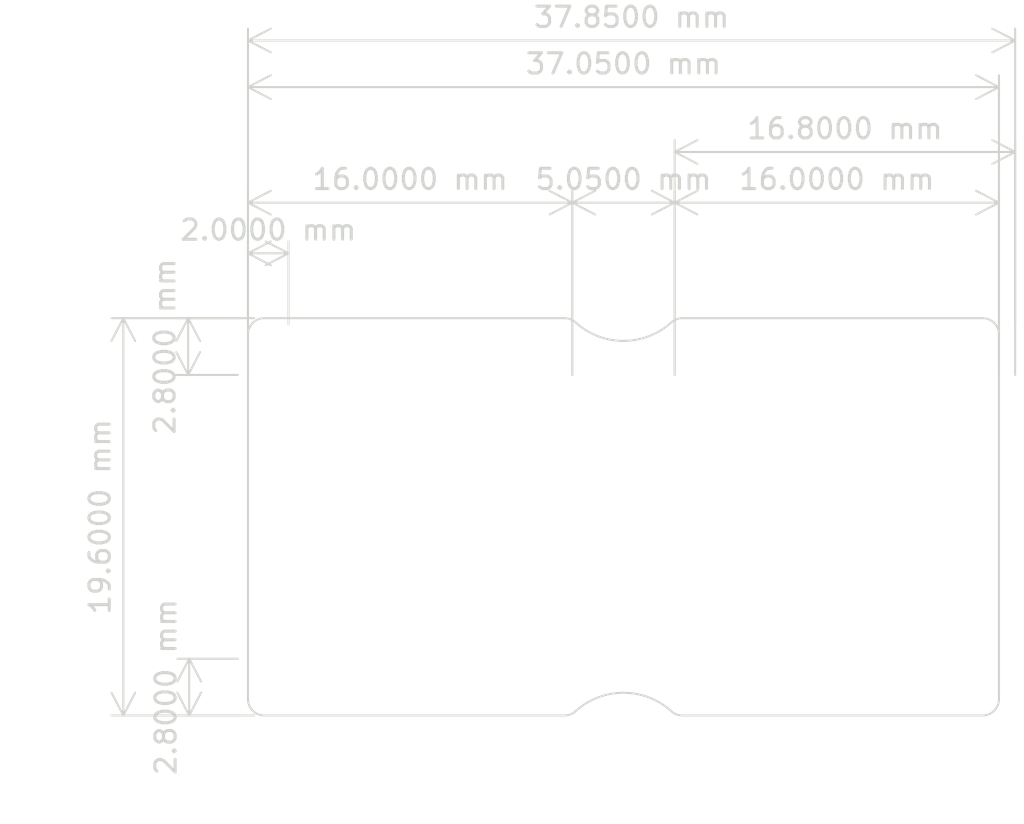
<source format=kicad_pcb>
(kicad_pcb
	(version 20240108)
	(generator "pcbnew")
	(generator_version "8.0")
	(general
		(thickness 1)
		(legacy_teardrops no)
	)
	(paper "A4")
	(title_block
		(title "Marten 22 Peripheral Template")
		(date "2024-10-06")
	)
	(layers
		(0 "F.Cu" signal)
		(31 "B.Cu" signal)
		(32 "B.Adhes" user "B.Adhesive")
		(33 "F.Adhes" user "F.Adhesive")
		(34 "B.Paste" user)
		(35 "F.Paste" user)
		(36 "B.SilkS" user "B.Silkscreen")
		(37 "F.SilkS" user "F.Silkscreen")
		(38 "B.Mask" user)
		(39 "F.Mask" user)
		(40 "Dwgs.User" user "User.Drawings")
		(41 "Cmts.User" user "User.Comments")
		(42 "Eco1.User" user "User.Eco1")
		(43 "Eco2.User" user "User.Eco2")
		(44 "Edge.Cuts" user)
		(45 "Margin" user)
		(46 "B.CrtYd" user "B.Courtyard")
		(47 "F.CrtYd" user "F.Courtyard")
		(48 "B.Fab" user)
		(49 "F.Fab" user)
		(50 "User.1" user)
		(51 "User.2" user)
		(52 "User.3" user)
		(53 "User.4" user)
		(54 "User.5" user)
		(55 "User.6" user)
		(56 "User.7" user)
		(57 "User.8" user)
		(58 "User.9" user)
	)
	(setup
		(stackup
			(layer "F.SilkS"
				(type "Top Silk Screen")
			)
			(layer "F.Paste"
				(type "Top Solder Paste")
			)
			(layer "F.Mask"
				(type "Top Solder Mask")
				(thickness 0.01)
			)
			(layer "F.Cu"
				(type "copper")
				(thickness 0.035)
			)
			(layer "dielectric 1"
				(type "core")
				(thickness 0.91)
				(material "FR4")
				(epsilon_r 4.5)
				(loss_tangent 0.02)
			)
			(layer "B.Cu"
				(type "copper")
				(thickness 0.035)
			)
			(layer "B.Mask"
				(type "Bottom Solder Mask")
				(thickness 0.01)
			)
			(layer "B.Paste"
				(type "Bottom Solder Paste")
			)
			(layer "B.SilkS"
				(type "Bottom Silk Screen")
			)
			(copper_finish "None")
			(dielectric_constraints no)
		)
		(pad_to_mask_clearance 0)
		(allow_soldermask_bridges_in_footprints no)
		(grid_origin 100 100)
		(pcbplotparams
			(layerselection 0x00010fc_ffffffff)
			(plot_on_all_layers_selection 0x0000000_00000000)
			(disableapertmacros no)
			(usegerberextensions no)
			(usegerberattributes yes)
			(usegerberadvancedattributes yes)
			(creategerberjobfile yes)
			(dashed_line_dash_ratio 12.000000)
			(dashed_line_gap_ratio 3.000000)
			(svgprecision 6)
			(plotframeref no)
			(viasonmask no)
			(mode 1)
			(useauxorigin no)
			(hpglpennumber 1)
			(hpglpenspeed 20)
			(hpglpendiameter 15.000000)
			(pdf_front_fp_property_popups yes)
			(pdf_back_fp_property_popups yes)
			(dxfpolygonmode yes)
			(dxfimperialunits yes)
			(dxfusepcbnewfont yes)
			(psnegative no)
			(psa4output no)
			(plotreference yes)
			(plotvalue yes)
			(plotfptext yes)
			(plotinvisibletext no)
			(sketchpadsonfab no)
			(subtractmaskfromsilk no)
			(outputformat 1)
			(mirror no)
			(drillshape 1)
			(scaleselection 1)
			(outputdirectory "")
		)
	)
	(net 0 "")
	(gr_arc
		(start 109 90.2)
		(mid 109.565685 90.434315)
		(end 109.8 91)
		(stroke
			(width 0.1)
			(type solid)
		)
		(layer "Dwgs.User")
		(uuid "6e20c150-48de-4ad3-a35f-79d5f9ca5891")
	)
	(gr_arc
		(start 109.8 109)
		(mid 109.565685 109.565685)
		(end 109 109.8)
		(stroke
			(width 0.1)
			(type solid)
		)
		(layer "Dwgs.User")
		(uuid "a61f8e86-48eb-4e04-b5ad-1f422b200d6a")
	)
	(gr_line
		(start 109.8 91)
		(end 109.8 109)
		(stroke
			(width 0.1)
			(type solid)
		)
		(layer "Dwgs.User")
		(uuid "d24caa42-41db-40ec-984e-8bd9604d1c7a")
	)
	(gr_line
		(start 93.5 93)
		(end 106.5 93)
		(stroke
			(width 0.15)
			(type solid)
		)
		(layer "Cmts.User")
		(uuid "07898a81-b709-4b83-b2e8-7b2c4f8116b4")
	)
	(gr_arc
		(start 87.95 106.5)
		(mid 87.803554 106.853554)
		(end 87.45 107)
		(stroke
			(width 0.15)
			(type solid)
		)
		(layer "Cmts.User")
		(uuid "08e4a8e4-fa71-46c7-bc3b-c3435a40e502")
	)
	(gr_line
		(start 110 109)
		(end 110 91)
		(stroke
			(width 0.15)
			(type solid)
		)
		(layer "Cmts.User")
		(uuid "0d79055b-aab5-48ca-a557-bad9a11c82fd")
	)
	(gr_circle
		(center 90.475 87.8)
		(end 93.375 87.8)
		(stroke
			(width 0.15)
			(type default)
		)
		(fill none)
		(layer "Cmts.User")
		(uuid "0d86610d-3062-469a-8811-addd864156d6")
	)
	(gr_line
		(start 87.95 93.5)
		(end 87.95 106.5)
		(stroke
			(width 0.15)
			(type solid)
		)
		(layer "Cmts.User")
		(uuid "0fccf743-555f-438a-80c3-d8177467d73f")
	)
	(gr_arc
		(start 87.45 93)
		(mid 87.803554 93.146446)
		(end 87.95 93.5)
		(stroke
			(width 0.15)
			(type solid)
		)
		(layer "Cmts.User")
		(uuid "0fe715c3-a58b-44ff-8bc7-d1b300af9f0e")
	)
	(gr_line
		(start 74.45 93)
		(end 87.45 93)
		(stroke
			(width 0.15)
			(type solid)
		)
		(layer "Cmts.User")
		(uuid "2373b217-4875-420f-bd45-c8c3ef3b44f9")
	)
	(gr_line
		(start 93 106.5)
		(end 93 93.5)
		(stroke
			(width 0.15)
			(type solid)
		)
		(layer "Cmts.User")
		(uuid "2510c111-f0e7-43f8-bb9e-f68b7635011f")
	)
	(gr_arc
		(start 93 93.5)
		(mid 93.146446 93.146446)
		(end 93.5 93)
		(stroke
			(width 0.15)
			(type solid)
		)
		(layer "Cmts.User")
		(uuid "39002863-4b3e-40ad-9db6-38b3f3cffb60")
	)
	(gr_circle
		(center 90.475 112.2)
		(end 93.375 112.2)
		(stroke
			(width 0.15)
			(type default)
		)
		(fill none)
		(layer "Cmts.User")
		(uuid "3d1991e1-f031-4ccf-b2e4-99c3bc326b16")
	)
	(gr_line
		(start 106.5 107)
		(end 93.5 107)
		(stroke
			(width 0.15)
			(type solid)
		)
		(layer "Cmts.User")
		(uuid "406aa137-dbc2-4572-9b40-72a36c8d1b08")
	)
	(gr_line
		(start 71.35 110)
		(end 109 110)
		(stroke
			(width 0.15)
			(type solid)
		)
		(layer "Cmts.User")
		(uuid "485a75bb-7684-46ba-bc4b-e05ad9153adf")
	)
	(gr_arc
		(start 106.5 93)
		(mid 106.853554 93.146446)
		(end 107 93.5)
		(stroke
			(width 0.15)
			(type solid)
		)
		(layer "Cmts.User")
		(uuid "499f7e7e-4b33-4127-8fdf-d430d2741620")
	)
	(gr_arc
		(start 110 109)
		(mid 109.707107 109.707106)
		(end 109 110)
		(stroke
			(width 0.15)
			(type solid)
		)
		(layer "Cmts.User")
		(uuid "6b19c3d1-5902-4ad1-a442-2d094dee3fd8")
	)
	(gr_line
		(start 71.35 90)
		(end 109 90)
		(stroke
			(width 0.15)
			(type solid)
		)
		(layer "Cmts.User")
		(uuid "6f6c8b13-ab18-4ae4-9101-bf6dec0b3f3e")
	)
	(gr_arc
		(start 73.95 93.5)
		(mid 74.096446 93.146446)
		(end 74.45 93)
		(stroke
			(width 0.15)
			(type solid)
		)
		(layer "Cmts.User")
		(uuid "71a7a466-d404-4cac-b1af-71f4bbc237b5")
	)
	(gr_arc
		(start 107 106.5)
		(mid 106.853554 106.853554)
		(end 106.5 107)
		(stroke
			(width 0.15)
			(type solid)
		)
		(layer "Cmts.User")
		(uuid "89339909-9ece-4cb5-9614-283f7ec35f4c")
	)
	(gr_arc
		(start 74.45 107)
		(mid 74.096446 106.853554)
		(end 73.95 106.5)
		(stroke
			(width 0.15)
			(type solid)
		)
		(layer "Cmts.User")
		(uuid "8b05a683-8637-4ec5-9bb6-7df1437ed36e")
	)
	(gr_line
		(start 107 93.5)
		(end 107 106.5)
		(stroke
			(width 0.15)
			(type solid)
		)
		(layer "Cmts.User")
		(uuid "977abde3-ef57-4678-abbb-97b51b3f7ecb")
	)
	(gr_line
		(start 73.95 106.5)
		(end 73.95 93.5)
		(stroke
			(width 0.15)
			(type solid)
		)
		(layer "Cmts.User")
		(uuid "adbe0031-ebbb-473d-bf92-5c4411b0a345")
	)
	(gr_line
		(start 87.45 107)
		(end 74.45 107)
		(stroke
			(width 0.15)
			(type solid)
		)
		(layer "Cmts.User")
		(uuid "cb626604-2b4a-424d-bc5e-7ce24d08ce2c")
	)
	(gr_arc
		(start 109 90)
		(mid 109.707106 90.292893)
		(end 110 91)
		(stroke
			(width 0.15)
			(type solid)
		)
		(layer "Cmts.User")
		(uuid "d3f8bf55-85e8-4fbf-ad73-e0dd9785e041")
	)
	(gr_arc
		(start 93.5 107)
		(mid 93.146446 106.853554)
		(end 93 106.5)
		(stroke
			(width 0.15)
			(type solid)
		)
		(layer "Cmts.User")
		(uuid "fbf39a2f-029b-4cc7-bd14-7ba579c203b8")
	)
	(gr_line
		(start 87.575 90.2)
		(end 72.75 90.2)
		(stroke
			(width 0.1)
			(type solid)
		)
		(layer "Edge.Cuts")
		(uuid "06523135-0639-4113-9ddf-ad61fe53b3fa")
	)
	(gr_arc
		(start 88.140685 109.565685)
		(mid 87.881147 109.739103)
		(end 87.575 109.8)
		(stroke
			(width 0.1)
			(type default)
		)
		(layer "Edge.Cuts")
		(uuid "2b15e952-ae56-44d9-88f1-9dae08d7ef62")
	)
	(gr_arc
		(start 92.809315 90.434315)
		(mid 90.474999 91.31975)
		(end 88.140684 90.434314)
		(stroke
			(width 0.1)
			(type default)
		)
		(layer "Edge.Cuts")
		(uuid "42bcdaed-e33a-4bab-9fe8-4a38a9510a89")
	)
	(gr_arc
		(start 109 109)
		(mid 108.765685 109.565685)
		(end 108.2 109.8)
		(stroke
			(width 0.1)
			(type solid)
		)
		(layer "Edge.Cuts")
		(uuid "4708f4f7-600b-4bf0-a0b3-ed2be9d2f4d4")
	)
	(gr_arc
		(start 87.575 90.2)
		(mid 87.881147 90.260896)
		(end 88.140685 90.434315)
		(stroke
			(width 0.1)
			(type default)
		)
		(layer "Edge.Cuts")
		(uuid "53808cdc-98a0-49f8-9ed6-dc95640b6d84")
	)
	(gr_line
		(start 87.575 109.8)
		(end 72.75 109.8)
		(stroke
			(width 0.1)
			(type solid)
		)
		(layer "Edge.Cuts")
		(uuid "53871c48-a7c7-442b-a045-97bec3ce58cf")
	)
	(gr_arc
		(start 93.375 109.8)
		(mid 93.068853 109.739104)
		(end 92.809315 109.565685)
		(stroke
			(width 0.1)
			(type default)
		)
		(layer "Edge.Cuts")
		(uuid "5b5f0f00-0459-4310-b0ae-d8ccb565f840")
	)
	(gr_arc
		(start 92.809315 90.434315)
		(mid 93.068853 90.260897)
		(end 93.375 90.2)
		(stroke
			(width 0.1)
			(type default)
		)
		(layer "Edge.Cuts")
		(uuid "5f6b80c3-86c4-44a1-9d6a-1ccb61c9946d")
	)
	(gr_arc
		(start 71.95 91)
		(mid 72.184315 90.434315)
		(end 72.75 90.2)
		(stroke
			(width 0.1)
			(type solid)
		)
		(layer "Edge.Cuts")
		(uuid "6ddac6b5-0472-4ec3-a295-7813c044c34a")
	)
	(gr_line
		(start 93.375 90.2)
		(end 108.2 90.2)
		(stroke
			(width 0.1)
			(type solid)
		)
		(layer "Edge.Cuts")
		(uuid "88beec7a-bedd-4f5a-9c85-7c6d51bdf972")
	)
	(gr_line
		(start 93.375 109.8)
		(end 108.2 109.8)
		(stroke
			(width 0.1)
			(type solid)
		)
		(layer "Edge.Cuts")
		(uuid "93555880-e3e6-4b3d-a9d7-eaa19c3e6a26")
	)
	(gr_arc
		(start 88.140684 109.565686)
		(mid 90.474999 108.68025)
		(end 92.809315 109.565685)
		(stroke
			(width 0.1)
			(type default)
		)
		(layer "Edge.Cuts")
		(uuid "9c1c4cf2-ff12-4c4e-9c80-1e2082e6bb9c")
	)
	(gr_line
		(start 109 91)
		(end 109 109)
		(stroke
			(width 0.1)
			(type solid)
		)
		(layer "Edge.Cuts")
		(uuid "aca060e3-a2ae-4322-bd8a-0fd7e5ce77b5")
	)
	(gr_line
		(start 71.95 109)
		(end 71.95 91)
		(stroke
			(width 0.1)
			(type solid)
		)
		(layer "Edge.Cuts")
		(uuid "b30441e1-1ffb-4031-9078-11707732612b")
	)
	(gr_arc
		(start 72.75 109.8)
		(mid 72.184315 109.565685)
		(end 71.95 109)
		(stroke
			(width 0.1)
			(type solid)
		)
		(layer "Edge.Cuts")
		(uuid "f73bf5d4-c9f8-42c4-a47a-f18d8d170d00")
	)
	(gr_arc
		(start 108.2 90.2)
		(mid 108.765685 90.434315)
		(end 109 91)
		(stroke
			(width 0.1)
			(type solid)
		)
		(layer "Edge.Cuts")
		(uuid "f9151d94-8460-455b-952e-091623396199")
	)
	(gr_text "Case Edge"
		(at 71.2 90 0)
		(layer "Cmts.User")
		(uuid "247c42b5-fd2d-417d-af40-367871c15d4f")
		(effects
			(font
				(size 1 1)
				(thickness 0.15)
			)
			(justify right)
		)
	)
	(gr_text "Plate Edge\n"
		(at 81 92.5 0)
		(layer "Cmts.User")
		(uuid "e85bab4f-cbb2-4313-971c-12f0ee9d048d")
		(effects
			(font
				(size 1 1)
				(thickness 0.15)
			)
			(justify bottom)
		)
	)
	(dimension
		(type aligned)
		(layer "Edge.Cuts")
		(uuid "2ae25593-3ae3-49f3-a522-6597e6be924c")
		(pts
			(xy 71.95 91) (xy 109 91)
		)
		(height -12.2)
		(gr_text "37.0500 mm"
			(at 90.475 77.65 0)
			(layer "Edge.Cuts")
			(uuid "2ae25593-3ae3-49f3-a522-6597e6be924c")
			(effects
				(font
					(size 1 1)
					(thickness 0.15)
				)
			)
		)
		(format
			(prefix "")
			(suffix "")
			(units 3)
			(units_format 1)
			(precision 4)
		)
		(style
			(thickness 0.1)
			(arrow_length 1.27)
			(text_position_mode 0)
			(extension_height 0.58642)
			(extension_offset 0.5) keep_text_aligned)
	)
	(dimension
		(type aligned)
		(layer "Edge.Cuts")
		(uuid "2f6af51d-d6d0-49f8-b56e-213f73c8fe18")
		(pts
			(xy 93 93.5) (xy 109.8 93.5)
		)
		(height -11.5)
		(gr_text "16.8000 mm"
			(at 101.4 80.85 0)
			(layer "Edge.Cuts")
			(uuid "2f6af51d-d6d0-49f8-b56e-213f73c8fe18")
			(effects
				(font
					(size 1 1)
					(thickness 0.15)
				)
			)
		)
		(format
			(prefix "")
			(suffix "")
			(units 3)
			(units_format 1)
			(precision 4)
		)
		(style
			(thickness 0.1)
			(arrow_length 1.27)
			(text_position_mode 0)
			(extension_height 0.58642)
			(extension_offset 0.5) keep_text_aligned)
	)
	(dimension
		(type aligned)
		(layer "Edge.Cuts")
		(uuid "36995510-45f6-4a74-8465-8c10d67ec3b4")
		(pts
			(xy 71.95 91) (xy 73.95 91)
		)
		(height -4)
		(gr_text "2.0000 mm"
			(at 72.95 85.85 0)
			(layer "Edge.Cuts")
			(uuid "36995510-45f6-4a74-8465-8c10d67ec3b4")
			(effects
				(font
					(size 1 1)
					(thickness 0.15)
				)
			)
		)
		(format
			(prefix "")
			(suffix "")
			(units 3)
			(units_format 1)
			(precision 4)
		)
		(style
			(thickness 0.1)
			(arrow_length 1.27)
			(text_position_mode 0)
			(extension_height 0.58642)
			(extension_offset 0.5) keep_text_aligned)
	)
	(dimension
		(type aligned)
		(layer "Edge.Cuts")
		(uuid "486216fa-3535-4e59-9bc3-7e648e9df54a")
		(pts
			(xy 71.95 107) (xy 71.95 109.8)
		)
		(height 2.9)
		(gr_text "2.8000 mm"
			(at 67.9 108.4 90)
			(layer "Edge.Cuts")
			(uuid "486216fa-3535-4e59-9bc3-7e648e9df54a")
			(effects
				(font
					(size 1 1)
					(thickness 0.15)
				)
			)
		)
		(format
			(prefix "")
			(suffix "")
			(units 3)
			(units_format 1)
			(precision 4)
		)
		(style
			(thickness 0.1)
			(arrow_length 1.27)
			(text_position_mode 0)
			(extension_height 0.58642)
			(extension_offset 0.5) keep_text_aligned)
	)
	(dimension
		(type aligned)
		(layer "Edge.Cuts")
		(uuid "7883a68c-596f-4cf6-89e8-44cef6676d9b")
		(pts
			(xy 87.95 93.5) (xy 93 93.5)
		)
		(height -9)
		(gr_text "5.0500 mm"
			(at 90.475 83.35 0)
			(layer "Edge.Cuts")
			(uuid "7883a68c-596f-4cf6-89e8-44cef6676d9b")
			(effects
				(font
					(size 1 1)
					(thickness 0.15)
				)
			)
		)
		(format
			(prefix "")
			(suffix "")
			(units 3)
			(units_format 1)
			(precision 4)
		)
		(style
			(thickness 0.1)
			(arrow_length 1.27)
			(text_position_mode 0)
			(extension_height 0.58642)
			(extension_offset 0.5) keep_text_aligned)
	)
	(dimension
		(type aligned)
		(layer "Edge.Cuts")
		(uuid "9ca058c8-5630-47c7-a763-0a8259aec436")
		(pts
			(xy 87.95 93.5) (xy 71.95 93.5)
		)
		(height 9)
		(gr_text "16.0000 mm"
			(at 79.95 83.35 0)
			(layer "Edge.Cuts")
			(uuid "9ca058c8-5630-47c7-a763-0a8259aec436")
			(effects
				(font
					(size 1 1)
					(thickness 0.15)
				)
			)
		)
		(format
			(prefix "")
			(suffix "")
			(units 3)
			(units_format 1)
			(precision 4)
		)
		(style
			(thickness 0.1)
			(arrow_length 1.27)
			(text_position_mode 0)
			(extension_height 0.58642)
			(extension_offset 0.5) keep_text_aligned)
	)
	(dimension
		(type aligned)
		(layer "Edge.Cuts")
		(uuid "aa70c23d-9cc2-4abb-bd40-657493d0c7c7")
		(pts
			(xy 71.95 90.2) (xy 71.95 93)
		)
		(height 2.95)
		(gr_text "2.8000 mm"
			(at 67.85 91.6 90)
			(layer "Edge.Cuts")
			(uuid "aa70c23d-9cc2-4abb-bd40-657493d0c7c7")
			(effects
				(font
					(size 1 1)
					(thickness 0.15)
				)
			)
		)
		(format
			(prefix "")
			(suffix "")
			(units 3)
			(units_format 1)
			(precision 4)
		)
		(style
			(thickness 0.1)
			(arrow_length 1.27)
			(text_position_mode 0)
			(extension_height 0.58642)
			(extension_offset 0.5) keep_text_aligned)
	)
	(dimension
		(type aligned)
		(layer "Edge.Cuts")
		(uuid "b3cf36b9-3279-4094-bca5-955242e6dc2b")
		(pts
			(xy 72.75 90.2) (xy 72.75 109.8)
		)
		(height 6.95)
		(gr_text "19.6000 mm"
			(at 64.65 100 90)
			(layer "Edge.Cuts")
			(uuid "b3cf36b9-3279-4094-bca5-955242e6dc2b")
			(effects
				(font
					(size 1 1)
					(thickness 0.15)
				)
			)
		)
		(format
			(prefix "")
			(suffix "")
			(units 3)
			(units_format 1)
			(precision 4)
		)
		(style
			(thickness 0.1)
			(arrow_length 1.27)
			(text_position_mode 0)
			(extension_height 0.58642)
			(extension_offset 0.5) keep_text_aligned)
	)
	(dimension
		(type aligned)
		(layer "Edge.Cuts")
		(uuid "c9bfca03-204c-4e8c-8555-efce28ec2f5c")
		(pts
			(xy 93 93.5) (xy 109 93.5)
		)
		(height -9)
		(gr_text "16.0000 mm"
			(at 101 83.35 0)
			(layer "Edge.Cuts")
			(uuid "c9bfca03-204c-4e8c-8555-efce28ec2f5c")
			(effects
				(font
					(size 1 1)
					(thickness 0.15)
				)
			)
		)
		(format
			(prefix "")
			(suffix "")
			(units 3)
			(units_format 1)
			(precision 4)
		)
		(style
			(thickness 0.1)
			(arrow_length 1.27)
			(text_position_mode 0)
			(extension_height 0.58642)
			(extension_offset 0.5) keep_text_aligned)
	)
	(dimension
		(type aligned)
		(layer "Edge.Cuts")
		(uuid "e6f8b513-f15d-4d40-bc90-e93d77b9d15d")
		(pts
			(xy 71.95 91) (xy 109.8 91)
		)
		(height -14.5)
		(gr_text "37.8500 mm"
			(at 90.875 75.35 0)
			(layer "Edge.Cuts")
			(uuid "e6f8b513-f15d-4d40-bc90-e93d77b9d15d")
			(effects
				(font
					(size 1 1)
					(thickness 0.15)
				)
			)
		)
		(format
			(prefix "")
			(suffix "")
			(units 3)
			(units_format 1)
			(precision 4)
		)
		(style
			(thickness 0.1)
			(arrow_length 1.27)
			(text_position_mode 0)
			(extension_height 0.58642)
			(extension_offset 0.5) keep_text_aligned)
	)
	(zone
		(net 0)
		(net_name "")
		(layers "B.Cu" "Edge.Cuts")
		(uuid "6b285332-82ba-4996-af25-d5612e0470ed")
		(hatch edge 0.508)
		(connect_pads
			(clearance 0)
		)
		(min_thickness 0.254)
		(filled_areas_thickness no)
		(keepout
			(tracks allowed)
			(vias not_allowed)
			(pads not_allowed)
			(copperpour allowed)
			(footprints not_allowed)
		)
		(fill
			(thermal_gap 0.508)
			(thermal_bridge_width 0.508)
		)
		(polygon
			(pts
				(xy 90.55 111.8) (xy 80.95 111.8) (xy 71.35 111.8) (xy 71.35 88.2) (xy 79.35 88.2) (xy 90.55 88.2)
			)
		)
		(polygon
			(pts
				(xy 74.35 106.6) (xy 87.55 106.6) (xy 87.55 93.4) (xy 74.35 93.4)
			)
		)
	)
	(zone
		(net 0)
		(net_name "")
		(layers "B.Cu" "Edge.Cuts")
		(uuid "b8330d3c-5ce3-40d4-9b11-28ec4ed7295d")
		(hatch edge 0.508)
		(connect_pads
			(clearance 0)
		)
		(min_thickness 0.254)
		(filled_areas_thickness no)
		(keepout
			(tracks allowed)
			(vias not_allowed)
			(pads not_allowed)
			(copperpour not_allowed)
			(footprints not_allowed)
		)
		(fill
			(thermal_gap 0.508)
			(thermal_bridge_width 0.508)
		)
		(polygon
			(pts
				(xy 110.25 111.8) (xy 100 111.8) (xy 90.4 111.8) (xy 90.4 88.2) (xy 98.5 88.2) (xy 110.25 88.2)
			)
		)
		(polygon
			(pts
				(xy 93.4 106.6) (xy 106.6 106.6) (xy 106.6 93.4) (xy 93.4 93.4)
			)
		)
	)
)

</source>
